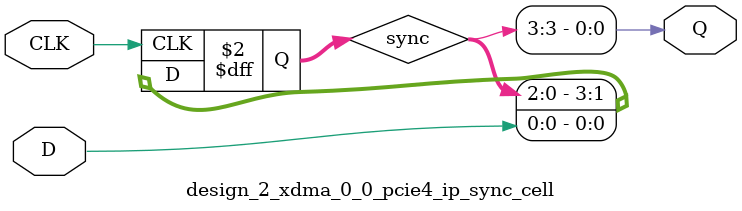
<source format=v>

`timescale 1ps / 1ps

(* DowngradeIPIdentifiedWarnings = "yes" *)
module design_2_xdma_0_0_pcie4_ip_sync_cell #
(
    parameter integer STAGE = 3
)
(
    //-------------------------------------------------------------------------- 
    //  Input Ports
    //-------------------------------------------------------------------------- 
    input                               CLK,
    input                               D,
    
    //-------------------------------------------------------------------------- 
    //  Output Ports
    //-------------------------------------------------------------------------- 
    output                              Q
);
    //-------------------------------------------------------------------------- 
    //  Synchronized Signals
    //--------------------------------------------------------------------------  
    (* ASYNC_REG = "TRUE", SHIFT_EXTRACT = "NO" *) reg [STAGE:0] sync;                                                            



//--------------------------------------------------------------------------------------------------
//  Synchronizier
//--------------------------------------------------------------------------------------------------
always @ (posedge CLK)
begin

    sync <= {sync[(STAGE-1):0], D};
            
end   



//--------------------------------------------------------------------------------------------------
//  Generate Output
//--------------------------------------------------------------------------------------------------
assign Q = sync[STAGE];



endmodule

</source>
